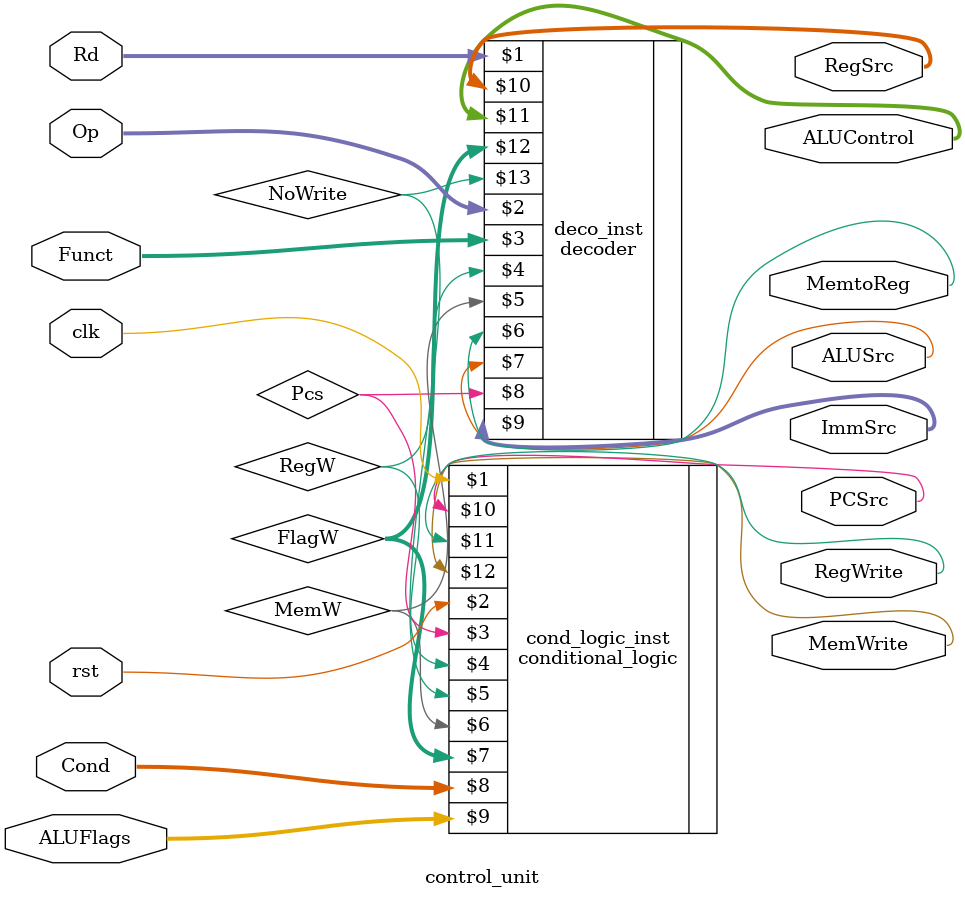
<source format=sv>
module control_unit(
input logic clk, rst, 
input logic [3:0] Cond, 
input logic [3:0] ALUFlags,
input logic [1:0] Op,
input logic [5:0] Funct,
input logic [3:0] Rd, 

output logic PCSrc,
output logic RegWrite, 
output logic MemWrite,
output logic MemtoReg,
output logic ALUSrc, 
output logic [1:0] ImmSrc, 
output logic [1:0] RegSrc,
output logic [1:0] ALUControl
);

logic [1:0] FlagW;
logic Pcs, RegW, MemW, NoWrite;

decoder deco_inst(Rd, Op, Funct, RegW, MemW, MemtoReg, ALUSrc, Pcs, ImmSrc, RegSrc, ALUControl, FlagW, NoWrite);

conditional_logic cond_logic_inst(clk, rst, Pcs, RegW, NoWrite, MemW, FlagW, Cond, ALUFlags, PCSrc, RegWrite, MemWrite);

endmodule
</source>
